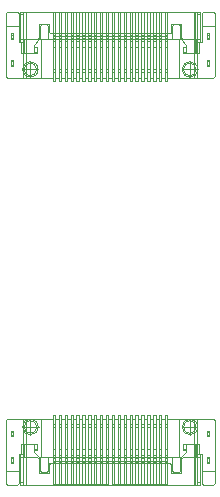
<source format=gbr>
G04 #@! TF.GenerationSoftware,KiCad,Pcbnew,(5.1.5)-3*
G04 #@! TF.CreationDate,2020-01-16T17:02:50-07:00*
G04 #@! TF.ProjectId,Igloo10,49676c6f-6f31-4302-9e6b-696361645f70,rev?*
G04 #@! TF.SameCoordinates,Original*
G04 #@! TF.FileFunction,Legend,Bot*
G04 #@! TF.FilePolarity,Positive*
%FSLAX46Y46*%
G04 Gerber Fmt 4.6, Leading zero omitted, Abs format (unit mm)*
G04 Created by KiCad (PCBNEW (5.1.5)-3) date 2020-01-16 17:02:50*
%MOMM*%
%LPD*%
G04 APERTURE LIST*
%ADD10C,0.050000*%
G04 APERTURE END LIST*
D10*
X115720000Y-45500000D02*
X111020000Y-45500000D01*
X111020000Y-47400000D02*
X111020000Y-45450000D01*
X115720000Y-47400000D02*
X115720000Y-45450000D01*
X114220000Y-51350000D02*
X114220000Y-47500000D01*
X114020000Y-47500000D02*
X114020000Y-51350000D01*
X114220000Y-51350000D02*
X114020000Y-51350000D01*
X115520000Y-47500000D02*
X115520000Y-51350000D01*
X115720000Y-51350000D02*
X115720000Y-47500000D01*
X115720000Y-51350000D02*
X115520000Y-51350000D01*
X115220000Y-51350000D02*
X115220000Y-47500000D01*
X115020000Y-47500000D02*
X115020000Y-51350000D01*
X115220000Y-51350000D02*
X115020000Y-51350000D01*
X114720000Y-51350000D02*
X114720000Y-47500000D01*
X114520000Y-47500000D02*
X114520000Y-51350000D01*
X114720000Y-51350000D02*
X114520000Y-51350000D01*
X113020000Y-47500000D02*
X113020000Y-51350000D01*
X113220000Y-51350000D02*
X113220000Y-47500000D01*
X113220000Y-51350000D02*
X113020000Y-51350000D01*
X112720000Y-51350000D02*
X112720000Y-47500000D01*
X112520000Y-47500000D02*
X112520000Y-51350000D01*
X112720000Y-51350000D02*
X112520000Y-51350000D01*
X113520000Y-47500000D02*
X113520000Y-51350000D01*
X113720000Y-51350000D02*
X113720000Y-47500000D01*
X113720000Y-51350000D02*
X113520000Y-51350000D01*
X111720000Y-51350000D02*
X111720000Y-47500000D01*
X111520000Y-47500000D02*
X111520000Y-51350000D01*
X111720000Y-51350000D02*
X111520000Y-51350000D01*
X111220000Y-51350000D02*
X111220000Y-47500000D01*
X111020000Y-51350000D02*
X111020000Y-47500000D01*
X111220000Y-51350000D02*
X111020000Y-51350000D01*
X112220000Y-51350000D02*
X112220000Y-47500000D01*
X112020000Y-47500000D02*
X112020000Y-51350000D01*
X112220000Y-51350000D02*
X112020000Y-51350000D01*
X111220000Y-47950000D02*
X111020000Y-47950000D01*
X115220000Y-47950000D02*
X115020000Y-47950000D01*
X111720000Y-47950000D02*
X111520000Y-47950000D01*
X115720000Y-47950000D02*
X115520000Y-47950000D01*
X114720000Y-47950000D02*
X114520000Y-47950000D01*
X114220000Y-47950000D02*
X114020000Y-47950000D01*
X113720000Y-47950000D02*
X113520000Y-47950000D01*
X112720000Y-47950000D02*
X112520000Y-47950000D01*
X112220000Y-47950000D02*
X112020000Y-47950000D01*
X113220000Y-47950000D02*
X113020000Y-47950000D01*
X107670000Y-47400000D02*
X107470000Y-47400000D01*
X107670000Y-47700000D02*
X107470000Y-47700000D01*
X124270000Y-49950000D02*
X124070000Y-49950000D01*
X124270000Y-49650000D02*
X124070000Y-49650000D01*
X124270000Y-47700000D02*
X124070000Y-47700000D01*
X124270000Y-47400000D02*
X124070000Y-47400000D01*
X107670000Y-49650000D02*
X107470000Y-49650000D01*
X107670000Y-49950000D02*
X107470000Y-49950000D01*
X123152983Y-50350000D02*
G75*
G03X123152983Y-50350000I-532983J0D01*
G01*
X109432500Y-48880000D02*
X109657500Y-48880000D01*
X122082500Y-48880000D02*
X122307500Y-48880000D01*
X122307500Y-48480000D02*
X122082500Y-48480000D01*
X109657500Y-48480000D02*
X109432500Y-48480000D01*
X122307500Y-48237500D02*
X122307500Y-48930000D01*
X109432500Y-48930000D02*
X109432500Y-48237500D01*
X123425555Y-48930000D02*
X122082500Y-48930000D01*
X109657500Y-48930000D02*
X108314445Y-48930000D01*
X122082500Y-48930000D02*
X122082500Y-48430000D01*
X122307500Y-48430000D02*
X122082500Y-48430000D01*
X121870000Y-47800000D02*
X122307500Y-48237500D01*
X121870000Y-47650000D02*
X121870000Y-47800000D01*
X109870000Y-47800000D02*
X109870000Y-47650000D01*
X109432500Y-48237500D02*
X109870000Y-47800000D01*
X109657500Y-48430000D02*
X109432500Y-48430000D01*
X109657500Y-48930000D02*
X109657500Y-48430000D01*
X124270000Y-47300000D02*
X124270000Y-47800000D01*
X123280000Y-50350000D02*
G75*
G03X123280000Y-50350000I-660000J0D01*
G01*
X124070000Y-47300000D02*
X124070000Y-47800000D01*
X107470000Y-47800000D02*
X107670000Y-47800000D01*
X108120000Y-46650000D02*
X107020000Y-46650000D01*
X107670000Y-49550000D02*
X107670000Y-50050000D01*
X107470000Y-50050000D02*
X107670000Y-50050000D01*
X107670000Y-49550000D02*
X107470000Y-49550000D01*
X107670000Y-47300000D02*
X107670000Y-47800000D01*
X124070000Y-47800000D02*
X124270000Y-47800000D01*
X124270000Y-47300000D02*
X124070000Y-47300000D01*
X124270000Y-49550000D02*
X124270000Y-50050000D01*
X107670000Y-47300000D02*
X107470000Y-47300000D01*
X107470000Y-49550000D02*
X107470000Y-50050000D01*
X124070000Y-50050000D02*
X124270000Y-50050000D01*
X124270000Y-49550000D02*
X124070000Y-49550000D01*
X124070000Y-49550000D02*
X124070000Y-50050000D01*
X107470000Y-47300000D02*
X107470000Y-47800000D01*
X124720000Y-46650000D02*
X123620000Y-46650000D01*
X123161421Y-47800000D02*
X123161421Y-48930000D01*
X123020000Y-47800000D02*
X123020000Y-48930000D01*
X108720000Y-47800000D02*
X108720000Y-48930000D01*
X108570000Y-48930000D02*
X108570000Y-47800000D01*
X123425555Y-48050000D02*
X123425555Y-48930000D01*
X108314445Y-48930000D02*
X108314445Y-48050000D01*
X123470000Y-45450000D02*
X123245000Y-45450000D01*
X123470000Y-45650000D02*
X123245000Y-45650000D01*
X108270000Y-45450000D02*
X108495000Y-45450000D01*
X108270000Y-45650000D02*
X108495000Y-45650000D01*
X114020000Y-50350000D02*
X114220000Y-50350000D01*
X114520000Y-50350000D02*
X114720000Y-50350000D01*
X111020000Y-50350000D02*
X111220000Y-50350000D01*
X111520000Y-50350000D02*
X111720000Y-50350000D01*
X112020000Y-50350000D02*
X112220000Y-50350000D01*
X113020000Y-50350000D02*
X113220000Y-50350000D01*
X115020000Y-50350000D02*
X115220000Y-50350000D01*
X113520000Y-50350000D02*
X113720000Y-50350000D01*
X112520000Y-50350000D02*
X112720000Y-50350000D01*
X115520000Y-50350000D02*
X115720000Y-50350000D01*
X113720000Y-45500000D02*
X113720000Y-47400000D01*
X112220000Y-45500000D02*
X112220000Y-47400000D01*
X114220000Y-45500000D02*
X114220000Y-47400000D01*
X115020000Y-47400000D02*
X115020000Y-45500000D01*
X112720000Y-45500000D02*
X112720000Y-47400000D01*
X115220000Y-45500000D02*
X115220000Y-47400000D01*
X114720000Y-45500000D02*
X114720000Y-47400000D01*
X115520000Y-47400000D02*
X115520000Y-45500000D01*
X113220000Y-45500000D02*
X113220000Y-47400000D01*
X111520000Y-47400000D02*
X111520000Y-45500000D01*
X113520000Y-47400000D02*
X113520000Y-45500000D01*
X111220000Y-45500000D02*
X111220000Y-47400000D01*
X114520000Y-47400000D02*
X114520000Y-45500000D01*
X114020000Y-47400000D02*
X114020000Y-45500000D01*
X112020000Y-47400000D02*
X112020000Y-45500000D01*
X112520000Y-47400000D02*
X112520000Y-45500000D01*
X111720000Y-45500000D02*
X111720000Y-47400000D01*
X113020000Y-47400000D02*
X113020000Y-45500000D01*
X123220000Y-45450000D02*
X108495000Y-45450000D01*
X123220000Y-45450000D02*
X123220000Y-47800000D01*
X122970000Y-45450000D02*
X122970000Y-47800000D01*
X108770000Y-45450000D02*
X108770000Y-47800000D01*
X108520000Y-45450000D02*
X108520000Y-47800000D01*
X123245000Y-45450000D02*
X123245000Y-47800000D01*
X108495000Y-45450000D02*
X108495000Y-47800000D01*
X121927000Y-50350000D02*
X123313000Y-50350000D01*
X122620000Y-49657000D02*
X122620000Y-51043000D01*
X109120000Y-49657000D02*
X109120000Y-51043000D01*
X108516250Y-50350000D02*
X109723750Y-50350000D01*
X108495000Y-48050000D02*
X108495000Y-47800000D01*
X108270000Y-48050000D02*
X108270000Y-45450000D01*
X123245000Y-48050000D02*
X123245000Y-47800000D01*
X123470000Y-48050000D02*
X123470000Y-45450000D01*
X113520000Y-51050000D02*
X113220000Y-51050000D01*
X115020000Y-51050000D02*
X114720000Y-51050000D01*
X115520000Y-51050000D02*
X115220000Y-51050000D01*
X114020000Y-51050000D02*
X113720000Y-51050000D01*
X113020000Y-51050000D02*
X112720000Y-51050000D01*
X114520000Y-51050000D02*
X114220000Y-51050000D01*
X124570000Y-51050000D02*
X120720000Y-51050000D01*
X111020000Y-51050000D02*
X107170000Y-51050000D01*
X112020000Y-51050000D02*
X111720000Y-51050000D01*
X112520000Y-51050000D02*
X112220000Y-51050000D01*
X111520000Y-51050000D02*
X111220000Y-51050000D01*
X123620000Y-48050000D02*
X123620000Y-45600000D01*
X124720000Y-45600000D02*
X124720000Y-50900000D01*
X123220000Y-48050000D02*
X123620000Y-48050000D01*
X123620000Y-45600000D02*
X123770000Y-45450000D01*
X123770000Y-45450000D02*
X124570000Y-45450000D01*
X124570000Y-45450000D02*
X124720000Y-45600000D01*
X124720000Y-50900000D02*
X124570000Y-51050000D01*
X108120000Y-48050000D02*
X108520000Y-48050000D01*
X107970000Y-45450000D02*
X108120000Y-45600000D01*
X107170000Y-51050000D02*
X107020000Y-50900000D01*
X107020000Y-50900000D02*
X107020000Y-45600000D01*
X107020000Y-45600000D02*
X107170000Y-45450000D01*
X107170000Y-45450000D02*
X107970000Y-45450000D01*
X108120000Y-45600000D02*
X108120000Y-48050000D01*
X121820000Y-47800000D02*
X109920000Y-47800000D01*
X113720000Y-47400000D02*
X113720000Y-47500000D01*
X112220000Y-47400000D02*
X112220000Y-47500000D01*
X115020000Y-47400000D02*
X115220000Y-47400000D01*
X114220000Y-47400000D02*
X114220000Y-47500000D01*
X113020000Y-47400000D02*
X113220000Y-47400000D01*
X115020000Y-47500000D02*
X115020000Y-47400000D01*
X111020000Y-47400000D02*
X111220000Y-47400000D01*
X115520000Y-47400000D02*
X115720000Y-47400000D01*
X112720000Y-47400000D02*
X112720000Y-47500000D01*
X113520000Y-47400000D02*
X113720000Y-47400000D01*
X115220000Y-47400000D02*
X115220000Y-47500000D01*
X111520000Y-47400000D02*
X111720000Y-47400000D01*
X114020000Y-47400000D02*
X114220000Y-47400000D01*
X114720000Y-47400000D02*
X114720000Y-47500000D01*
X115520000Y-47500000D02*
X115520000Y-47400000D01*
X113220000Y-47400000D02*
X113220000Y-47500000D01*
X112020000Y-47400000D02*
X112220000Y-47400000D01*
X111520000Y-47500000D02*
X111520000Y-47400000D01*
X113520000Y-47500000D02*
X113520000Y-47400000D01*
X111220000Y-47400000D02*
X111220000Y-47500000D01*
X114520000Y-47400000D02*
X114720000Y-47400000D01*
X111020000Y-47500000D02*
X111020000Y-47400000D01*
X115720000Y-47400000D02*
X115720000Y-47500000D01*
X114520000Y-47500000D02*
X114520000Y-47400000D01*
X114020000Y-47500000D02*
X114020000Y-47400000D01*
X113020000Y-47500000D02*
X113020000Y-47400000D01*
X112520000Y-47400000D02*
X112720000Y-47400000D01*
X112520000Y-47500000D02*
X112520000Y-47400000D01*
X112020000Y-47500000D02*
X112020000Y-47400000D01*
X111720000Y-47400000D02*
X111720000Y-47500000D01*
X110020000Y-51050000D02*
X110020000Y-47800000D01*
X121720000Y-51050000D02*
X121720000Y-47800000D01*
X110820000Y-47300000D02*
X121120000Y-47300000D01*
X123220000Y-47800000D02*
X123220000Y-51050000D01*
X122970000Y-47800000D02*
X122970000Y-51050000D01*
X108770000Y-47800000D02*
X108770000Y-51050000D01*
X108520000Y-47800000D02*
X108520000Y-51050000D01*
X123470000Y-47800000D02*
X122020000Y-47800000D01*
X109720000Y-47800000D02*
X108270000Y-47800000D01*
X109720000Y-47800000D02*
X109870000Y-47650000D01*
X108720000Y-45450000D02*
X108720000Y-47800000D01*
X123020000Y-45450000D02*
X123020000Y-47800000D01*
X121870000Y-47650000D02*
X122020000Y-47800000D01*
X121870000Y-46490000D02*
X121870000Y-47650000D01*
X121070000Y-46490000D02*
X121870000Y-46490000D01*
X121070000Y-47150000D02*
X121070000Y-46490000D01*
X120920000Y-47300000D02*
X121070000Y-47150000D01*
X110670000Y-47150000D02*
X110820000Y-47300000D01*
X110670000Y-46490000D02*
X110670000Y-47150000D01*
X109870000Y-46490000D02*
X110670000Y-46490000D01*
X113720000Y-47720000D02*
X113520000Y-47720000D01*
X115220000Y-47720000D02*
X115020000Y-47720000D01*
X112720000Y-47720000D02*
X112520000Y-47720000D01*
X113220000Y-47720000D02*
X113020000Y-47720000D01*
X114220000Y-47720000D02*
X114020000Y-47720000D01*
X111720000Y-47720000D02*
X111520000Y-47720000D01*
X112220000Y-47720000D02*
X112020000Y-47720000D01*
X111220000Y-47720000D02*
X111020000Y-47720000D01*
X115720000Y-47720000D02*
X115520000Y-47720000D01*
X114720000Y-47720000D02*
X114520000Y-47720000D01*
X115220000Y-48470000D02*
X115020000Y-48470000D01*
X115720000Y-48470000D02*
X115520000Y-48470000D01*
X112220000Y-48470000D02*
X112020000Y-48470000D01*
X112720000Y-48470000D02*
X112520000Y-48470000D01*
X111720000Y-48470000D02*
X111520000Y-48470000D01*
X113220000Y-48470000D02*
X113020000Y-48470000D01*
X113720000Y-48470000D02*
X113520000Y-48470000D01*
X114720000Y-48470000D02*
X114520000Y-48470000D01*
X111220000Y-48470000D02*
X111020000Y-48470000D01*
X114220000Y-48470000D02*
X114020000Y-48470000D01*
X112220000Y-50600000D02*
X112020000Y-50600000D01*
X115720000Y-50600000D02*
X115520000Y-50600000D01*
X113220000Y-50600000D02*
X113020000Y-50600000D01*
X112720000Y-50600000D02*
X112520000Y-50600000D01*
X113720000Y-50600000D02*
X113520000Y-50600000D01*
X114220000Y-50600000D02*
X114020000Y-50600000D01*
X111720000Y-50600000D02*
X111520000Y-50600000D01*
X111220000Y-50600000D02*
X111020000Y-50600000D01*
X115220000Y-50600000D02*
X115020000Y-50600000D01*
X114720000Y-50600000D02*
X114520000Y-50600000D01*
X109870000Y-47650000D02*
X109870000Y-46490000D01*
X121820000Y-46650000D02*
X121820000Y-47800000D01*
X121120000Y-46650000D02*
X121270000Y-46500000D01*
X121670000Y-46500000D02*
X121820000Y-46650000D01*
X121120000Y-47800000D02*
X121120000Y-46650000D01*
X121270000Y-46500000D02*
X121670000Y-46500000D01*
X110470000Y-46500000D02*
X110620000Y-46650000D01*
X109920000Y-46650000D02*
X110070000Y-46500000D01*
X109920000Y-47800000D02*
X109920000Y-46650000D01*
X110070000Y-46500000D02*
X110470000Y-46500000D01*
X110620000Y-46650000D02*
X110620000Y-47800000D01*
X109652983Y-50350000D02*
G75*
G03X109652983Y-50350000I-532983J0D01*
G01*
X109780000Y-50350000D02*
G75*
G03X109780000Y-50350000I-660000J0D01*
G01*
X118720000Y-47950000D02*
X118520000Y-47950000D01*
X119720000Y-47950000D02*
X119520000Y-47950000D01*
X120720000Y-47950000D02*
X120520000Y-47950000D01*
X120220000Y-47950000D02*
X120020000Y-47950000D01*
X119220000Y-47950000D02*
X119020000Y-47950000D01*
X120720000Y-47500000D02*
X111020000Y-47500000D01*
X118220000Y-47950000D02*
X118020000Y-47950000D01*
X117720000Y-47950000D02*
X117520000Y-47950000D01*
X117220000Y-47950000D02*
X117020000Y-47950000D01*
X116720000Y-47950000D02*
X116520000Y-47950000D01*
X116020000Y-51350000D02*
X116020000Y-47500000D01*
X116220000Y-51350000D02*
X116220000Y-47500000D01*
X116020000Y-47400000D02*
X116020000Y-45450000D01*
X117720000Y-51350000D02*
X117720000Y-47500000D01*
X118220000Y-51350000D02*
X118220000Y-47500000D01*
X118220000Y-51350000D02*
X118020000Y-51350000D01*
X119520000Y-47500000D02*
X119520000Y-51350000D01*
X120220000Y-51350000D02*
X120020000Y-51350000D01*
X120720000Y-51350000D02*
X120520000Y-51350000D01*
X120520000Y-47500000D02*
X120520000Y-51350000D01*
X120720000Y-45500000D02*
X116020000Y-45500000D01*
X117220000Y-51350000D02*
X117020000Y-51350000D01*
X120220000Y-51350000D02*
X120220000Y-47500000D01*
X117020000Y-47500000D02*
X117020000Y-51350000D01*
X118720000Y-51350000D02*
X118720000Y-47500000D01*
X117720000Y-51350000D02*
X117520000Y-51350000D01*
X117520000Y-47500000D02*
X117520000Y-51350000D01*
X119220000Y-51350000D02*
X119020000Y-51350000D01*
X116720000Y-51350000D02*
X116520000Y-51350000D01*
X119220000Y-51350000D02*
X119220000Y-47500000D01*
X116720000Y-51350000D02*
X116720000Y-47500000D01*
X118020000Y-47500000D02*
X118020000Y-51350000D01*
X119720000Y-51350000D02*
X119520000Y-51350000D01*
X120720000Y-51350000D02*
X120720000Y-47500000D01*
X116220000Y-47950000D02*
X116020000Y-47950000D01*
X118720000Y-51350000D02*
X118520000Y-51350000D01*
X117220000Y-51350000D02*
X117220000Y-47500000D01*
X116220000Y-51350000D02*
X116020000Y-51350000D01*
X116520000Y-47500000D02*
X116520000Y-51350000D01*
X119720000Y-51350000D02*
X119720000Y-47500000D01*
X120020000Y-47500000D02*
X120020000Y-51350000D01*
X118520000Y-47500000D02*
X118520000Y-51350000D01*
X119020000Y-47500000D02*
X119020000Y-51350000D01*
X120720000Y-47400000D02*
X120720000Y-45450000D01*
X118020000Y-50350000D02*
X118220000Y-50350000D01*
X119020000Y-47400000D02*
X119020000Y-45500000D01*
X120020000Y-47400000D02*
X120020000Y-45500000D01*
X119020000Y-50350000D02*
X119220000Y-50350000D01*
X118020000Y-47400000D02*
X118020000Y-45500000D01*
X117520000Y-50350000D02*
X117720000Y-50350000D01*
X118520000Y-47400000D02*
X118520000Y-45500000D01*
X116520000Y-47400000D02*
X116520000Y-45500000D01*
X118220000Y-45500000D02*
X118220000Y-47400000D01*
X118520000Y-50350000D02*
X118720000Y-50350000D01*
X117020000Y-50350000D02*
X117220000Y-50350000D01*
X116020000Y-50350000D02*
X116220000Y-50350000D01*
X119520000Y-47400000D02*
X119520000Y-45500000D01*
X117520000Y-47400000D02*
X117520000Y-45500000D01*
X120220000Y-45500000D02*
X120220000Y-47400000D01*
X116220000Y-45500000D02*
X116220000Y-47400000D01*
X117020000Y-47400000D02*
X117020000Y-45500000D01*
X119220000Y-45500000D02*
X119220000Y-47400000D01*
X117220000Y-45500000D02*
X117220000Y-47400000D01*
X116520000Y-50350000D02*
X116720000Y-50350000D01*
X119520000Y-50350000D02*
X119720000Y-50350000D01*
X120520000Y-50350000D02*
X120720000Y-50350000D01*
X120020000Y-50350000D02*
X120220000Y-50350000D01*
X119720000Y-45500000D02*
X119720000Y-47400000D01*
X118720000Y-45500000D02*
X118720000Y-47400000D01*
X116720000Y-45500000D02*
X116720000Y-47400000D01*
X120520000Y-47400000D02*
X120520000Y-45500000D01*
X117720000Y-45500000D02*
X117720000Y-47400000D01*
X119720000Y-48470000D02*
X119520000Y-48470000D01*
X117520000Y-47500000D02*
X117520000Y-47400000D01*
X118720000Y-48470000D02*
X118520000Y-48470000D01*
X117720000Y-48470000D02*
X117520000Y-48470000D01*
X117720000Y-47720000D02*
X117520000Y-47720000D01*
X120220000Y-47720000D02*
X120020000Y-47720000D01*
X118720000Y-47720000D02*
X118520000Y-47720000D01*
X120720000Y-48470000D02*
X120520000Y-48470000D01*
X120720000Y-47720000D02*
X120520000Y-47720000D01*
X117220000Y-47720000D02*
X117020000Y-47720000D01*
X119520000Y-47500000D02*
X119520000Y-47400000D01*
X119020000Y-47500000D02*
X119020000Y-47400000D01*
X119720000Y-47720000D02*
X119520000Y-47720000D01*
X120220000Y-50600000D02*
X120020000Y-50600000D01*
X118220000Y-50600000D02*
X118020000Y-50600000D01*
X117220000Y-50600000D02*
X117020000Y-50600000D01*
X119220000Y-48470000D02*
X119020000Y-48470000D01*
X116720000Y-47720000D02*
X116520000Y-47720000D01*
X118720000Y-50600000D02*
X118520000Y-50600000D01*
X118220000Y-47720000D02*
X118020000Y-47720000D01*
X117020000Y-47500000D02*
X117020000Y-47400000D01*
X118220000Y-48470000D02*
X118020000Y-48470000D01*
X116720000Y-48470000D02*
X116520000Y-48470000D01*
X116220000Y-47720000D02*
X116020000Y-47720000D01*
X116720000Y-50600000D02*
X116520000Y-50600000D01*
X117520000Y-47400000D02*
X117720000Y-47400000D01*
X118020000Y-47500000D02*
X118020000Y-47400000D01*
X117720000Y-50600000D02*
X117520000Y-50600000D01*
X119720000Y-50600000D02*
X119520000Y-50600000D01*
X119220000Y-50600000D02*
X119020000Y-50600000D01*
X117220000Y-48470000D02*
X117020000Y-48470000D01*
X120220000Y-48470000D02*
X120020000Y-48470000D01*
X116720000Y-47400000D02*
X116720000Y-47500000D01*
X120720000Y-50600000D02*
X120520000Y-50600000D01*
X119220000Y-47720000D02*
X119020000Y-47720000D01*
X116220000Y-50600000D02*
X116020000Y-50600000D01*
X116220000Y-48470000D02*
X116020000Y-48470000D01*
X118520000Y-47400000D02*
X118720000Y-47400000D01*
X120020000Y-47500000D02*
X120020000Y-47400000D01*
X117520000Y-51050000D02*
X117220000Y-51050000D01*
X118720000Y-47400000D02*
X118720000Y-47500000D01*
X118020000Y-51050000D02*
X117720000Y-51050000D01*
X119220000Y-47400000D02*
X119220000Y-47500000D01*
X117020000Y-47400000D02*
X117220000Y-47400000D01*
X118520000Y-51050000D02*
X118220000Y-51050000D01*
X116520000Y-47500000D02*
X116520000Y-47400000D01*
X118220000Y-47400000D02*
X118220000Y-47500000D01*
X120520000Y-47500000D02*
X120520000Y-47400000D01*
X120520000Y-47400000D02*
X120720000Y-47400000D01*
X120020000Y-51050000D02*
X119720000Y-51050000D01*
X119720000Y-47400000D02*
X119720000Y-47500000D01*
X116020000Y-47400000D02*
X116220000Y-47400000D01*
X117020000Y-51050000D02*
X116720000Y-51050000D01*
X116020000Y-47500000D02*
X116020000Y-47400000D01*
X118020000Y-47400000D02*
X118220000Y-47400000D01*
X120020000Y-47400000D02*
X120220000Y-47400000D01*
X119520000Y-47400000D02*
X119720000Y-47400000D01*
X118520000Y-47500000D02*
X118520000Y-47400000D01*
X117220000Y-47400000D02*
X117220000Y-47500000D01*
X119020000Y-47400000D02*
X119220000Y-47400000D01*
X120520000Y-51050000D02*
X120220000Y-51050000D01*
X119020000Y-51050000D02*
X118720000Y-51050000D01*
X119520000Y-51050000D02*
X119220000Y-51050000D01*
X116520000Y-47400000D02*
X116720000Y-47400000D01*
X116520000Y-51050000D02*
X116220000Y-51050000D01*
X120720000Y-47400000D02*
X120720000Y-47500000D01*
X116220000Y-47400000D02*
X116220000Y-47500000D01*
X120220000Y-47400000D02*
X120220000Y-47500000D01*
X117720000Y-47400000D02*
X117720000Y-47500000D01*
X116020000Y-51050000D02*
X115720000Y-51050000D01*
X116020000Y-85470000D02*
X120720000Y-85470000D01*
X120720000Y-83570000D02*
X120720000Y-85520000D01*
X116020000Y-83570000D02*
X116020000Y-85520000D01*
X117520000Y-79620000D02*
X117520000Y-83470000D01*
X117720000Y-83470000D02*
X117720000Y-79620000D01*
X117520000Y-79620000D02*
X117720000Y-79620000D01*
X116220000Y-83470000D02*
X116220000Y-79620000D01*
X116020000Y-79620000D02*
X116020000Y-83470000D01*
X116020000Y-79620000D02*
X116220000Y-79620000D01*
X116520000Y-79620000D02*
X116520000Y-83470000D01*
X116720000Y-83470000D02*
X116720000Y-79620000D01*
X116520000Y-79620000D02*
X116720000Y-79620000D01*
X117020000Y-79620000D02*
X117020000Y-83470000D01*
X117220000Y-83470000D02*
X117220000Y-79620000D01*
X117020000Y-79620000D02*
X117220000Y-79620000D01*
X118720000Y-83470000D02*
X118720000Y-79620000D01*
X118520000Y-79620000D02*
X118520000Y-83470000D01*
X118520000Y-79620000D02*
X118720000Y-79620000D01*
X119020000Y-79620000D02*
X119020000Y-83470000D01*
X119220000Y-83470000D02*
X119220000Y-79620000D01*
X119020000Y-79620000D02*
X119220000Y-79620000D01*
X118220000Y-83470000D02*
X118220000Y-79620000D01*
X118020000Y-79620000D02*
X118020000Y-83470000D01*
X118020000Y-79620000D02*
X118220000Y-79620000D01*
X120020000Y-79620000D02*
X120020000Y-83470000D01*
X120220000Y-83470000D02*
X120220000Y-79620000D01*
X120020000Y-79620000D02*
X120220000Y-79620000D01*
X120520000Y-79620000D02*
X120520000Y-83470000D01*
X120720000Y-79620000D02*
X120720000Y-83470000D01*
X120520000Y-79620000D02*
X120720000Y-79620000D01*
X119520000Y-79620000D02*
X119520000Y-83470000D01*
X119720000Y-83470000D02*
X119720000Y-79620000D01*
X119520000Y-79620000D02*
X119720000Y-79620000D01*
X120520000Y-83020000D02*
X120720000Y-83020000D01*
X116520000Y-83020000D02*
X116720000Y-83020000D01*
X120020000Y-83020000D02*
X120220000Y-83020000D01*
X116020000Y-83020000D02*
X116220000Y-83020000D01*
X117020000Y-83020000D02*
X117220000Y-83020000D01*
X117520000Y-83020000D02*
X117720000Y-83020000D01*
X118020000Y-83020000D02*
X118220000Y-83020000D01*
X119020000Y-83020000D02*
X119220000Y-83020000D01*
X119520000Y-83020000D02*
X119720000Y-83020000D01*
X118520000Y-83020000D02*
X118720000Y-83020000D01*
X124070000Y-83570000D02*
X124270000Y-83570000D01*
X124070000Y-83270000D02*
X124270000Y-83270000D01*
X107470000Y-81020000D02*
X107670000Y-81020000D01*
X107470000Y-81320000D02*
X107670000Y-81320000D01*
X107470000Y-83270000D02*
X107670000Y-83270000D01*
X107470000Y-83570000D02*
X107670000Y-83570000D01*
X124070000Y-81320000D02*
X124270000Y-81320000D01*
X124070000Y-81020000D02*
X124270000Y-81020000D01*
X109652983Y-80620000D02*
G75*
G03X109652983Y-80620000I-532983J0D01*
G01*
X122307500Y-82090000D02*
X122082500Y-82090000D01*
X109657500Y-82090000D02*
X109432500Y-82090000D01*
X109432500Y-82490000D02*
X109657500Y-82490000D01*
X122082500Y-82490000D02*
X122307500Y-82490000D01*
X109432500Y-82732500D02*
X109432500Y-82040000D01*
X122307500Y-82040000D02*
X122307500Y-82732500D01*
X108314445Y-82040000D02*
X109657500Y-82040000D01*
X122082500Y-82040000D02*
X123425555Y-82040000D01*
X109657500Y-82040000D02*
X109657500Y-82540000D01*
X109432500Y-82540000D02*
X109657500Y-82540000D01*
X109870000Y-83170000D02*
X109432500Y-82732500D01*
X109870000Y-83320000D02*
X109870000Y-83170000D01*
X121870000Y-83170000D02*
X121870000Y-83320000D01*
X122307500Y-82732500D02*
X121870000Y-83170000D01*
X122082500Y-82540000D02*
X122307500Y-82540000D01*
X122082500Y-82040000D02*
X122082500Y-82540000D01*
X107470000Y-83670000D02*
X107470000Y-83170000D01*
X109780000Y-80620000D02*
G75*
G03X109780000Y-80620000I-660000J0D01*
G01*
X107670000Y-83670000D02*
X107670000Y-83170000D01*
X124270000Y-83170000D02*
X124070000Y-83170000D01*
X123620000Y-84320000D02*
X124720000Y-84320000D01*
X124070000Y-81420000D02*
X124070000Y-80920000D01*
X124270000Y-80920000D02*
X124070000Y-80920000D01*
X124070000Y-81420000D02*
X124270000Y-81420000D01*
X124070000Y-83670000D02*
X124070000Y-83170000D01*
X107670000Y-83170000D02*
X107470000Y-83170000D01*
X107470000Y-83670000D02*
X107670000Y-83670000D01*
X107470000Y-81420000D02*
X107470000Y-80920000D01*
X124070000Y-83670000D02*
X124270000Y-83670000D01*
X124270000Y-81420000D02*
X124270000Y-80920000D01*
X107670000Y-80920000D02*
X107470000Y-80920000D01*
X107470000Y-81420000D02*
X107670000Y-81420000D01*
X107670000Y-81420000D02*
X107670000Y-80920000D01*
X124270000Y-83670000D02*
X124270000Y-83170000D01*
X107020000Y-84320000D02*
X108120000Y-84320000D01*
X108578579Y-83170000D02*
X108578579Y-82040000D01*
X108720000Y-83170000D02*
X108720000Y-82040000D01*
X123020000Y-83170000D02*
X123020000Y-82040000D01*
X123170000Y-82040000D02*
X123170000Y-83170000D01*
X108314445Y-82920000D02*
X108314445Y-82040000D01*
X123425555Y-82040000D02*
X123425555Y-82920000D01*
X108270000Y-85520000D02*
X108495000Y-85520000D01*
X108270000Y-85320000D02*
X108495000Y-85320000D01*
X123470000Y-85520000D02*
X123245000Y-85520000D01*
X123470000Y-85320000D02*
X123245000Y-85320000D01*
X117720000Y-80620000D02*
X117520000Y-80620000D01*
X117220000Y-80620000D02*
X117020000Y-80620000D01*
X120720000Y-80620000D02*
X120520000Y-80620000D01*
X120220000Y-80620000D02*
X120020000Y-80620000D01*
X119720000Y-80620000D02*
X119520000Y-80620000D01*
X118720000Y-80620000D02*
X118520000Y-80620000D01*
X116720000Y-80620000D02*
X116520000Y-80620000D01*
X118220000Y-80620000D02*
X118020000Y-80620000D01*
X119220000Y-80620000D02*
X119020000Y-80620000D01*
X116220000Y-80620000D02*
X116020000Y-80620000D01*
X118020000Y-85470000D02*
X118020000Y-83570000D01*
X119520000Y-85470000D02*
X119520000Y-83570000D01*
X117520000Y-85470000D02*
X117520000Y-83570000D01*
X116720000Y-83570000D02*
X116720000Y-85470000D01*
X119020000Y-85470000D02*
X119020000Y-83570000D01*
X116520000Y-85470000D02*
X116520000Y-83570000D01*
X117020000Y-85470000D02*
X117020000Y-83570000D01*
X116220000Y-83570000D02*
X116220000Y-85470000D01*
X118520000Y-85470000D02*
X118520000Y-83570000D01*
X120220000Y-83570000D02*
X120220000Y-85470000D01*
X118220000Y-83570000D02*
X118220000Y-85470000D01*
X120520000Y-85470000D02*
X120520000Y-83570000D01*
X117220000Y-83570000D02*
X117220000Y-85470000D01*
X117720000Y-83570000D02*
X117720000Y-85470000D01*
X119720000Y-83570000D02*
X119720000Y-85470000D01*
X119220000Y-83570000D02*
X119220000Y-85470000D01*
X120020000Y-85470000D02*
X120020000Y-83570000D01*
X118720000Y-83570000D02*
X118720000Y-85470000D01*
X108520000Y-85520000D02*
X123245000Y-85520000D01*
X108520000Y-85520000D02*
X108520000Y-83170000D01*
X108770000Y-85520000D02*
X108770000Y-83170000D01*
X122970000Y-85520000D02*
X122970000Y-83170000D01*
X123220000Y-85520000D02*
X123220000Y-83170000D01*
X108495000Y-85520000D02*
X108495000Y-83170000D01*
X123245000Y-85520000D02*
X123245000Y-83170000D01*
X109813000Y-80620000D02*
X108427000Y-80620000D01*
X109120000Y-81313000D02*
X109120000Y-79927000D01*
X122620000Y-81313000D02*
X122620000Y-79927000D01*
X123223750Y-80620000D02*
X122016250Y-80620000D01*
X123245000Y-82920000D02*
X123245000Y-83170000D01*
X123470000Y-82920000D02*
X123470000Y-85520000D01*
X108495000Y-82920000D02*
X108495000Y-83170000D01*
X108270000Y-82920000D02*
X108270000Y-85520000D01*
X118220000Y-79920000D02*
X118520000Y-79920000D01*
X116720000Y-79920000D02*
X117020000Y-79920000D01*
X116220000Y-79920000D02*
X116520000Y-79920000D01*
X117720000Y-79920000D02*
X118020000Y-79920000D01*
X118720000Y-79920000D02*
X119020000Y-79920000D01*
X117220000Y-79920000D02*
X117520000Y-79920000D01*
X107170000Y-79920000D02*
X111020000Y-79920000D01*
X120720000Y-79920000D02*
X124570000Y-79920000D01*
X119720000Y-79920000D02*
X120020000Y-79920000D01*
X119220000Y-79920000D02*
X119520000Y-79920000D01*
X120220000Y-79920000D02*
X120520000Y-79920000D01*
X108120000Y-82920000D02*
X108120000Y-85370000D01*
X107020000Y-85370000D02*
X107020000Y-80070000D01*
X108520000Y-82920000D02*
X108120000Y-82920000D01*
X108120000Y-85370000D02*
X107970000Y-85520000D01*
X107970000Y-85520000D02*
X107170000Y-85520000D01*
X107170000Y-85520000D02*
X107020000Y-85370000D01*
X107020000Y-80070000D02*
X107170000Y-79920000D01*
X123620000Y-82920000D02*
X123220000Y-82920000D01*
X123770000Y-85520000D02*
X123620000Y-85370000D01*
X124570000Y-79920000D02*
X124720000Y-80070000D01*
X124720000Y-80070000D02*
X124720000Y-85370000D01*
X124720000Y-85370000D02*
X124570000Y-85520000D01*
X124570000Y-85520000D02*
X123770000Y-85520000D01*
X123620000Y-85370000D02*
X123620000Y-82920000D01*
X109920000Y-83170000D02*
X121820000Y-83170000D01*
X118020000Y-83570000D02*
X118020000Y-83470000D01*
X119520000Y-83570000D02*
X119520000Y-83470000D01*
X116720000Y-83570000D02*
X116520000Y-83570000D01*
X117520000Y-83570000D02*
X117520000Y-83470000D01*
X118720000Y-83570000D02*
X118520000Y-83570000D01*
X116720000Y-83470000D02*
X116720000Y-83570000D01*
X120720000Y-83570000D02*
X120520000Y-83570000D01*
X116220000Y-83570000D02*
X116020000Y-83570000D01*
X119020000Y-83570000D02*
X119020000Y-83470000D01*
X118220000Y-83570000D02*
X118020000Y-83570000D01*
X116520000Y-83570000D02*
X116520000Y-83470000D01*
X120220000Y-83570000D02*
X120020000Y-83570000D01*
X117720000Y-83570000D02*
X117520000Y-83570000D01*
X117020000Y-83570000D02*
X117020000Y-83470000D01*
X116220000Y-83470000D02*
X116220000Y-83570000D01*
X118520000Y-83570000D02*
X118520000Y-83470000D01*
X119720000Y-83570000D02*
X119520000Y-83570000D01*
X120220000Y-83470000D02*
X120220000Y-83570000D01*
X118220000Y-83470000D02*
X118220000Y-83570000D01*
X120520000Y-83570000D02*
X120520000Y-83470000D01*
X117220000Y-83570000D02*
X117020000Y-83570000D01*
X120720000Y-83470000D02*
X120720000Y-83570000D01*
X116020000Y-83570000D02*
X116020000Y-83470000D01*
X117220000Y-83470000D02*
X117220000Y-83570000D01*
X117720000Y-83470000D02*
X117720000Y-83570000D01*
X118720000Y-83470000D02*
X118720000Y-83570000D01*
X119220000Y-83570000D02*
X119020000Y-83570000D01*
X119220000Y-83470000D02*
X119220000Y-83570000D01*
X119720000Y-83470000D02*
X119720000Y-83570000D01*
X120020000Y-83570000D02*
X120020000Y-83470000D01*
X121720000Y-79920000D02*
X121720000Y-83170000D01*
X110020000Y-79920000D02*
X110020000Y-83170000D01*
X120920000Y-83670000D02*
X110620000Y-83670000D01*
X108520000Y-83170000D02*
X108520000Y-79920000D01*
X108770000Y-83170000D02*
X108770000Y-79920000D01*
X122970000Y-83170000D02*
X122970000Y-79920000D01*
X123220000Y-83170000D02*
X123220000Y-79920000D01*
X108270000Y-83170000D02*
X109720000Y-83170000D01*
X122020000Y-83170000D02*
X123470000Y-83170000D01*
X122020000Y-83170000D02*
X121870000Y-83320000D01*
X123020000Y-85520000D02*
X123020000Y-83170000D01*
X108720000Y-85520000D02*
X108720000Y-83170000D01*
X109870000Y-83320000D02*
X109720000Y-83170000D01*
X109870000Y-84480000D02*
X109870000Y-83320000D01*
X110670000Y-84480000D02*
X109870000Y-84480000D01*
X110670000Y-83820000D02*
X110670000Y-84480000D01*
X110820000Y-83670000D02*
X110670000Y-83820000D01*
X121070000Y-83820000D02*
X120920000Y-83670000D01*
X121070000Y-84480000D02*
X121070000Y-83820000D01*
X121870000Y-84480000D02*
X121070000Y-84480000D01*
X118020000Y-83250000D02*
X118220000Y-83250000D01*
X116520000Y-83250000D02*
X116720000Y-83250000D01*
X119020000Y-83250000D02*
X119220000Y-83250000D01*
X118520000Y-83250000D02*
X118720000Y-83250000D01*
X117520000Y-83250000D02*
X117720000Y-83250000D01*
X120020000Y-83250000D02*
X120220000Y-83250000D01*
X119520000Y-83250000D02*
X119720000Y-83250000D01*
X120520000Y-83250000D02*
X120720000Y-83250000D01*
X116020000Y-83250000D02*
X116220000Y-83250000D01*
X117020000Y-83250000D02*
X117220000Y-83250000D01*
X116520000Y-82500000D02*
X116720000Y-82500000D01*
X116020000Y-82500000D02*
X116220000Y-82500000D01*
X119520000Y-82500000D02*
X119720000Y-82500000D01*
X119020000Y-82500000D02*
X119220000Y-82500000D01*
X120020000Y-82500000D02*
X120220000Y-82500000D01*
X118520000Y-82500000D02*
X118720000Y-82500000D01*
X118020000Y-82500000D02*
X118220000Y-82500000D01*
X117020000Y-82500000D02*
X117220000Y-82500000D01*
X120520000Y-82500000D02*
X120720000Y-82500000D01*
X117520000Y-82500000D02*
X117720000Y-82500000D01*
X119520000Y-80370000D02*
X119720000Y-80370000D01*
X116020000Y-80370000D02*
X116220000Y-80370000D01*
X118520000Y-80370000D02*
X118720000Y-80370000D01*
X119020000Y-80370000D02*
X119220000Y-80370000D01*
X118020000Y-80370000D02*
X118220000Y-80370000D01*
X117520000Y-80370000D02*
X117720000Y-80370000D01*
X120020000Y-80370000D02*
X120220000Y-80370000D01*
X120520000Y-80370000D02*
X120720000Y-80370000D01*
X116520000Y-80370000D02*
X116720000Y-80370000D01*
X117020000Y-80370000D02*
X117220000Y-80370000D01*
X121870000Y-83320000D02*
X121870000Y-84480000D01*
X109920000Y-84320000D02*
X109920000Y-83170000D01*
X110620000Y-84320000D02*
X110470000Y-84470000D01*
X110070000Y-84470000D02*
X109920000Y-84320000D01*
X110620000Y-83170000D02*
X110620000Y-84320000D01*
X110470000Y-84470000D02*
X110070000Y-84470000D01*
X121270000Y-84470000D02*
X121120000Y-84320000D01*
X121820000Y-84320000D02*
X121670000Y-84470000D01*
X121820000Y-83170000D02*
X121820000Y-84320000D01*
X121670000Y-84470000D02*
X121270000Y-84470000D01*
X121120000Y-84320000D02*
X121120000Y-83170000D01*
X123152983Y-80620000D02*
G75*
G03X123152983Y-80620000I-532983J0D01*
G01*
X123280000Y-80620000D02*
G75*
G03X123280000Y-80620000I-660000J0D01*
G01*
X113020000Y-83020000D02*
X113220000Y-83020000D01*
X112020000Y-83020000D02*
X112220000Y-83020000D01*
X111020000Y-83020000D02*
X111220000Y-83020000D01*
X111520000Y-83020000D02*
X111720000Y-83020000D01*
X112520000Y-83020000D02*
X112720000Y-83020000D01*
X111020000Y-83470000D02*
X120720000Y-83470000D01*
X113520000Y-83020000D02*
X113720000Y-83020000D01*
X114020000Y-83020000D02*
X114220000Y-83020000D01*
X114520000Y-83020000D02*
X114720000Y-83020000D01*
X115020000Y-83020000D02*
X115220000Y-83020000D01*
X115720000Y-79620000D02*
X115720000Y-83470000D01*
X115520000Y-79620000D02*
X115520000Y-83470000D01*
X115720000Y-83570000D02*
X115720000Y-85520000D01*
X114020000Y-79620000D02*
X114020000Y-83470000D01*
X113520000Y-79620000D02*
X113520000Y-83470000D01*
X113520000Y-79620000D02*
X113720000Y-79620000D01*
X112220000Y-83470000D02*
X112220000Y-79620000D01*
X111520000Y-79620000D02*
X111720000Y-79620000D01*
X111020000Y-79620000D02*
X111220000Y-79620000D01*
X111220000Y-83470000D02*
X111220000Y-79620000D01*
X111020000Y-85470000D02*
X115720000Y-85470000D01*
X114520000Y-79620000D02*
X114720000Y-79620000D01*
X111520000Y-79620000D02*
X111520000Y-83470000D01*
X114720000Y-83470000D02*
X114720000Y-79620000D01*
X113020000Y-79620000D02*
X113020000Y-83470000D01*
X114020000Y-79620000D02*
X114220000Y-79620000D01*
X114220000Y-83470000D02*
X114220000Y-79620000D01*
X112520000Y-79620000D02*
X112720000Y-79620000D01*
X115020000Y-79620000D02*
X115220000Y-79620000D01*
X112520000Y-79620000D02*
X112520000Y-83470000D01*
X115020000Y-79620000D02*
X115020000Y-83470000D01*
X113720000Y-83470000D02*
X113720000Y-79620000D01*
X112020000Y-79620000D02*
X112220000Y-79620000D01*
X111020000Y-79620000D02*
X111020000Y-83470000D01*
X115520000Y-83020000D02*
X115720000Y-83020000D01*
X113020000Y-79620000D02*
X113220000Y-79620000D01*
X114520000Y-79620000D02*
X114520000Y-83470000D01*
X115520000Y-79620000D02*
X115720000Y-79620000D01*
X115220000Y-83470000D02*
X115220000Y-79620000D01*
X112020000Y-79620000D02*
X112020000Y-83470000D01*
X111720000Y-83470000D02*
X111720000Y-79620000D01*
X113220000Y-83470000D02*
X113220000Y-79620000D01*
X112720000Y-83470000D02*
X112720000Y-79620000D01*
X111020000Y-83570000D02*
X111020000Y-85520000D01*
X113720000Y-80620000D02*
X113520000Y-80620000D01*
X112720000Y-83570000D02*
X112720000Y-85470000D01*
X111720000Y-83570000D02*
X111720000Y-85470000D01*
X112720000Y-80620000D02*
X112520000Y-80620000D01*
X113720000Y-83570000D02*
X113720000Y-85470000D01*
X114220000Y-80620000D02*
X114020000Y-80620000D01*
X113220000Y-83570000D02*
X113220000Y-85470000D01*
X115220000Y-83570000D02*
X115220000Y-85470000D01*
X113520000Y-85470000D02*
X113520000Y-83570000D01*
X113220000Y-80620000D02*
X113020000Y-80620000D01*
X114720000Y-80620000D02*
X114520000Y-80620000D01*
X115720000Y-80620000D02*
X115520000Y-80620000D01*
X112220000Y-83570000D02*
X112220000Y-85470000D01*
X114220000Y-83570000D02*
X114220000Y-85470000D01*
X111520000Y-85470000D02*
X111520000Y-83570000D01*
X115520000Y-85470000D02*
X115520000Y-83570000D01*
X114720000Y-83570000D02*
X114720000Y-85470000D01*
X112520000Y-85470000D02*
X112520000Y-83570000D01*
X114520000Y-85470000D02*
X114520000Y-83570000D01*
X115220000Y-80620000D02*
X115020000Y-80620000D01*
X112220000Y-80620000D02*
X112020000Y-80620000D01*
X111220000Y-80620000D02*
X111020000Y-80620000D01*
X111720000Y-80620000D02*
X111520000Y-80620000D01*
X112020000Y-85470000D02*
X112020000Y-83570000D01*
X113020000Y-85470000D02*
X113020000Y-83570000D01*
X115020000Y-85470000D02*
X115020000Y-83570000D01*
X111220000Y-83570000D02*
X111220000Y-85470000D01*
X114020000Y-85470000D02*
X114020000Y-83570000D01*
X112020000Y-82500000D02*
X112220000Y-82500000D01*
X114220000Y-83470000D02*
X114220000Y-83570000D01*
X113020000Y-82500000D02*
X113220000Y-82500000D01*
X114020000Y-82500000D02*
X114220000Y-82500000D01*
X114020000Y-83250000D02*
X114220000Y-83250000D01*
X111520000Y-83250000D02*
X111720000Y-83250000D01*
X113020000Y-83250000D02*
X113220000Y-83250000D01*
X111020000Y-82500000D02*
X111220000Y-82500000D01*
X111020000Y-83250000D02*
X111220000Y-83250000D01*
X114520000Y-83250000D02*
X114720000Y-83250000D01*
X112220000Y-83470000D02*
X112220000Y-83570000D01*
X112720000Y-83470000D02*
X112720000Y-83570000D01*
X112020000Y-83250000D02*
X112220000Y-83250000D01*
X111520000Y-80370000D02*
X111720000Y-80370000D01*
X113520000Y-80370000D02*
X113720000Y-80370000D01*
X114520000Y-80370000D02*
X114720000Y-80370000D01*
X112520000Y-82500000D02*
X112720000Y-82500000D01*
X115020000Y-83250000D02*
X115220000Y-83250000D01*
X113020000Y-80370000D02*
X113220000Y-80370000D01*
X113520000Y-83250000D02*
X113720000Y-83250000D01*
X114720000Y-83470000D02*
X114720000Y-83570000D01*
X113520000Y-82500000D02*
X113720000Y-82500000D01*
X115020000Y-82500000D02*
X115220000Y-82500000D01*
X115520000Y-83250000D02*
X115720000Y-83250000D01*
X115020000Y-80370000D02*
X115220000Y-80370000D01*
X114220000Y-83570000D02*
X114020000Y-83570000D01*
X113720000Y-83470000D02*
X113720000Y-83570000D01*
X114020000Y-80370000D02*
X114220000Y-80370000D01*
X112020000Y-80370000D02*
X112220000Y-80370000D01*
X112520000Y-80370000D02*
X112720000Y-80370000D01*
X114520000Y-82500000D02*
X114720000Y-82500000D01*
X111520000Y-82500000D02*
X111720000Y-82500000D01*
X115020000Y-83570000D02*
X115020000Y-83470000D01*
X111020000Y-80370000D02*
X111220000Y-80370000D01*
X112520000Y-83250000D02*
X112720000Y-83250000D01*
X115520000Y-80370000D02*
X115720000Y-80370000D01*
X115520000Y-82500000D02*
X115720000Y-82500000D01*
X113220000Y-83570000D02*
X113020000Y-83570000D01*
X111720000Y-83470000D02*
X111720000Y-83570000D01*
X114220000Y-79920000D02*
X114520000Y-79920000D01*
X113020000Y-83570000D02*
X113020000Y-83470000D01*
X113720000Y-79920000D02*
X114020000Y-79920000D01*
X112520000Y-83570000D02*
X112520000Y-83470000D01*
X114720000Y-83570000D02*
X114520000Y-83570000D01*
X113220000Y-79920000D02*
X113520000Y-79920000D01*
X115220000Y-83470000D02*
X115220000Y-83570000D01*
X113520000Y-83570000D02*
X113520000Y-83470000D01*
X111220000Y-83470000D02*
X111220000Y-83570000D01*
X111220000Y-83570000D02*
X111020000Y-83570000D01*
X111720000Y-79920000D02*
X112020000Y-79920000D01*
X112020000Y-83570000D02*
X112020000Y-83470000D01*
X115720000Y-83570000D02*
X115520000Y-83570000D01*
X114720000Y-79920000D02*
X115020000Y-79920000D01*
X115720000Y-83470000D02*
X115720000Y-83570000D01*
X113720000Y-83570000D02*
X113520000Y-83570000D01*
X111720000Y-83570000D02*
X111520000Y-83570000D01*
X112220000Y-83570000D02*
X112020000Y-83570000D01*
X113220000Y-83470000D02*
X113220000Y-83570000D01*
X114520000Y-83570000D02*
X114520000Y-83470000D01*
X112720000Y-83570000D02*
X112520000Y-83570000D01*
X111220000Y-79920000D02*
X111520000Y-79920000D01*
X112720000Y-79920000D02*
X113020000Y-79920000D01*
X112220000Y-79920000D02*
X112520000Y-79920000D01*
X115220000Y-83570000D02*
X115020000Y-83570000D01*
X115220000Y-79920000D02*
X115520000Y-79920000D01*
X111020000Y-83570000D02*
X111020000Y-83470000D01*
X115520000Y-83570000D02*
X115520000Y-83470000D01*
X111520000Y-83570000D02*
X111520000Y-83470000D01*
X114020000Y-83570000D02*
X114020000Y-83470000D01*
X115720000Y-79920000D02*
X116020000Y-79920000D01*
M02*

</source>
